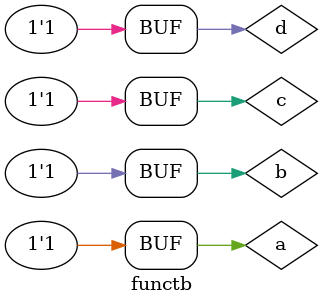
<source format=sv>
module functb;
    reg a, b, c, d;
    wire y;
    func dut(a, b, c, d, y);
    initial begin
        a = 1'b0; b = 1'b0; c = 1'b0; d = 1'b0;
        #10 a = 1'b0; b = 1'b0; c = 1'b0; d = 1'b1;
        #10 a = 1'b0; b = 1'b0; c = 1'b1; d = 1'b0;
        #10 a = 1'b0; b = 1'b0; c = 1'b1; d = 1'b1;
        #10 a = 1'b0; b = 1'b1; c = 1'b0; d = 1'b0;
        #10 a = 1'b0; b = 1'b1; c = 1'b0; d = 1'b1;
        #10 a = 1'b0; b = 1'b1; c = 1'b1; d = 1'b0;
        #10 a = 1'b0; b = 1'b1; c = 1'b1; d = 1'b1;
        #10 a = 1'b1; b = 1'b0; c = 1'b0; d = 1'b0;
        #10 a = 1'b1; b = 1'b0; c = 1'b0; d = 1'b1;
        #10 a = 1'b1; b = 1'b0; c = 1'b1; d = 1'b0;
        #10 a = 1'b1; b = 1'b0; c = 1'b1; d = 1'b1;
        #10 a = 1'b1; b = 1'b1; c = 1'b0; d = 1'b0;
        #10 a = 1'b1; b = 1'b1; c = 1'b0; d = 1'b1;
        #10 a = 1'b1; b = 1'b1; c = 1'b1; d = 1'b0;
        #10 a = 1'b1; b = 1'b1; c = 1'b1; d = 1'b1;
    end
endmodule

</source>
